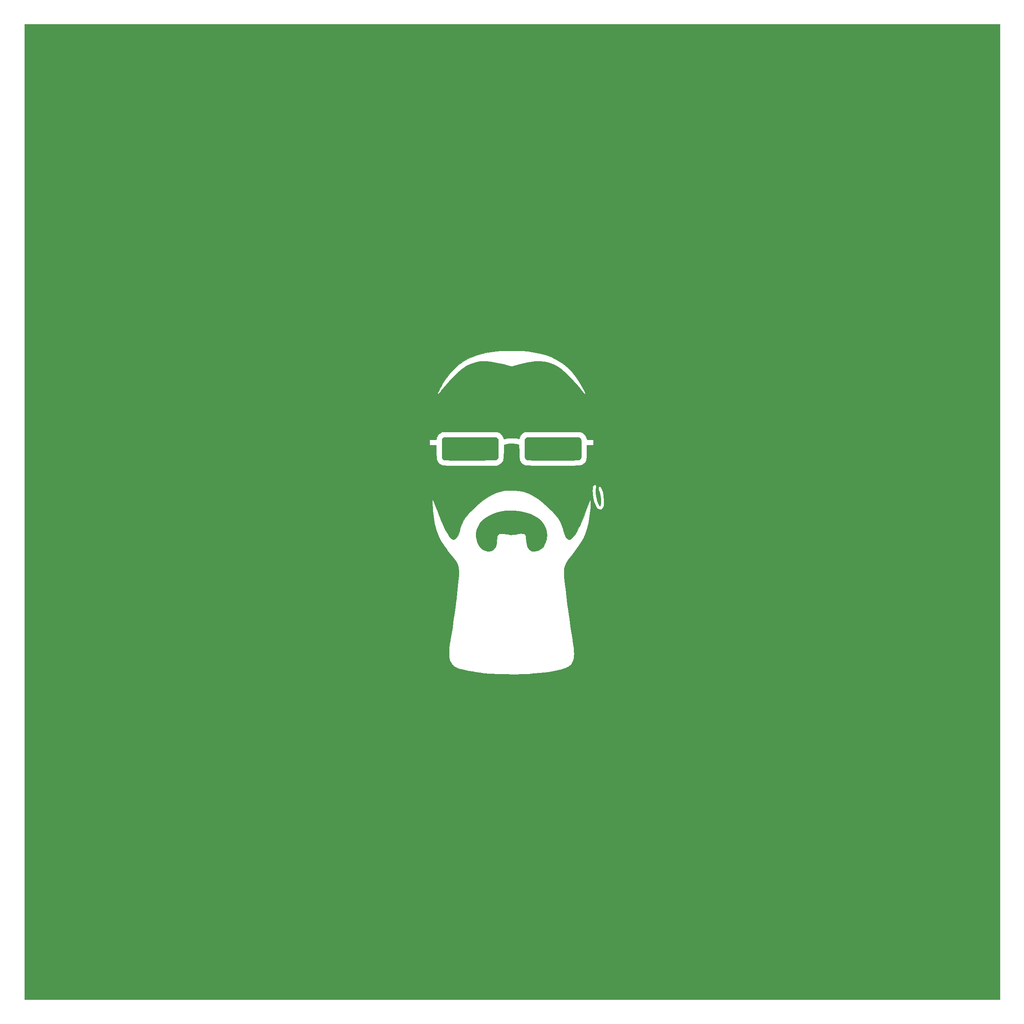
<source format=gbr>
%TF.GenerationSoftware,KiCad,Pcbnew,5.1.6-c6e7f7d~87~ubuntu20.04.1*%
%TF.CreationDate,2020-07-24T20:42:58-07:00*%
%TF.ProjectId,bcdc-coaster,62636463-2d63-46f6-9173-7465722e6b69,rev?*%
%TF.SameCoordinates,Original*%
%TF.FileFunction,Copper,L1,Top*%
%TF.FilePolarity,Positive*%
%FSLAX46Y46*%
G04 Gerber Fmt 4.6, Leading zero omitted, Abs format (unit mm)*
G04 Created by KiCad (PCBNEW 5.1.6-c6e7f7d~87~ubuntu20.04.1) date 2020-07-24 20:42:58*
%MOMM*%
%LPD*%
G01*
G04 APERTURE LIST*
%TA.AperFunction,EtchedComponent*%
%ADD10C,0.010000*%
%TD*%
G04 APERTURE END LIST*
D10*
%TO.C,G\u002A\u002A\u002A*%
G36*
X8866934Y16226209D02*
G01*
X9901045Y16225767D01*
X10803286Y16224918D01*
X11582896Y16223467D01*
X12249116Y16221220D01*
X12811185Y16217980D01*
X13278344Y16213554D01*
X13659834Y16207747D01*
X13964893Y16200363D01*
X14202763Y16191207D01*
X14382683Y16180085D01*
X14513894Y16166802D01*
X14605636Y16151163D01*
X14667148Y16132973D01*
X14707672Y16112037D01*
X14720214Y16102737D01*
X14808309Y16024875D01*
X14877824Y15939065D01*
X14930948Y15828546D01*
X14969871Y15676558D01*
X14996780Y15466340D01*
X15013865Y15181132D01*
X15023315Y14804171D01*
X15027318Y14318698D01*
X15028069Y13745333D01*
X15027363Y13168940D01*
X15024677Y12716169D01*
X15018894Y12369536D01*
X15008897Y12111554D01*
X14993571Y11924737D01*
X14971797Y11791599D01*
X14942461Y11694656D01*
X14904444Y11616421D01*
X14890628Y11593080D01*
X14683383Y11379718D01*
X14485198Y11293612D01*
X14368086Y11280699D01*
X14123577Y11269118D01*
X13765197Y11258866D01*
X13306471Y11249941D01*
X12760926Y11242338D01*
X12142089Y11236055D01*
X11463484Y11231090D01*
X10738639Y11227438D01*
X9981080Y11225098D01*
X9204333Y11224065D01*
X8421924Y11224337D01*
X7647379Y11225911D01*
X6894224Y11228784D01*
X6175987Y11232953D01*
X5506192Y11238415D01*
X4898366Y11245167D01*
X4366036Y11253205D01*
X3922727Y11262527D01*
X3581966Y11273130D01*
X3357279Y11285011D01*
X3267633Y11296119D01*
X3059238Y11401074D01*
X2897216Y11546216D01*
X2855082Y11605574D01*
X2821965Y11675185D01*
X2796782Y11771615D01*
X2778451Y11911433D01*
X2765888Y12111208D01*
X2758012Y12387509D01*
X2753738Y12756904D01*
X2751985Y13235962D01*
X2751667Y13773276D01*
X2751667Y15815299D01*
X2957906Y16021539D01*
X3164145Y16227778D01*
X8866934Y16226209D01*
G37*
X8866934Y16226209D02*
X9901045Y16225767D01*
X10803286Y16224918D01*
X11582896Y16223467D01*
X12249116Y16221220D01*
X12811185Y16217980D01*
X13278344Y16213554D01*
X13659834Y16207747D01*
X13964893Y16200363D01*
X14202763Y16191207D01*
X14382683Y16180085D01*
X14513894Y16166802D01*
X14605636Y16151163D01*
X14667148Y16132973D01*
X14707672Y16112037D01*
X14720214Y16102737D01*
X14808309Y16024875D01*
X14877824Y15939065D01*
X14930948Y15828546D01*
X14969871Y15676558D01*
X14996780Y15466340D01*
X15013865Y15181132D01*
X15023315Y14804171D01*
X15027318Y14318698D01*
X15028069Y13745333D01*
X15027363Y13168940D01*
X15024677Y12716169D01*
X15018894Y12369536D01*
X15008897Y12111554D01*
X14993571Y11924737D01*
X14971797Y11791599D01*
X14942461Y11694656D01*
X14904444Y11616421D01*
X14890628Y11593080D01*
X14683383Y11379718D01*
X14485198Y11293612D01*
X14368086Y11280699D01*
X14123577Y11269118D01*
X13765197Y11258866D01*
X13306471Y11249941D01*
X12760926Y11242338D01*
X12142089Y11236055D01*
X11463484Y11231090D01*
X10738639Y11227438D01*
X9981080Y11225098D01*
X9204333Y11224065D01*
X8421924Y11224337D01*
X7647379Y11225911D01*
X6894224Y11228784D01*
X6175987Y11232953D01*
X5506192Y11238415D01*
X4898366Y11245167D01*
X4366036Y11253205D01*
X3922727Y11262527D01*
X3581966Y11273130D01*
X3357279Y11285011D01*
X3267633Y11296119D01*
X3059238Y11401074D01*
X2897216Y11546216D01*
X2855082Y11605574D01*
X2821965Y11675185D01*
X2796782Y11771615D01*
X2778451Y11911433D01*
X2765888Y12111208D01*
X2758012Y12387509D01*
X2753738Y12756904D01*
X2751985Y13235962D01*
X2751667Y13773276D01*
X2751667Y15815299D01*
X2957906Y16021539D01*
X3164145Y16227778D01*
X8866934Y16226209D01*
G36*
X-2998611Y15795412D02*
G01*
X-2977780Y13859402D01*
X-2972448Y13232171D01*
X-2972936Y12729900D01*
X-2981537Y12336485D01*
X-3000545Y12035818D01*
X-3032251Y11811793D01*
X-3078948Y11648305D01*
X-3142930Y11529246D01*
X-3226488Y11438511D01*
X-3331915Y11359994D01*
X-3333730Y11358791D01*
X-3434405Y11338141D01*
X-3662996Y11319046D01*
X-4006314Y11301552D01*
X-4451173Y11285705D01*
X-4984383Y11271552D01*
X-5592758Y11259137D01*
X-6263110Y11248507D01*
X-6982252Y11239708D01*
X-7736994Y11232786D01*
X-8514150Y11227788D01*
X-9300533Y11224758D01*
X-10082954Y11223743D01*
X-10848225Y11224789D01*
X-11583159Y11227942D01*
X-12274569Y11233249D01*
X-12909266Y11240754D01*
X-13474063Y11250504D01*
X-13955772Y11262545D01*
X-14341205Y11276923D01*
X-14617176Y11293684D01*
X-14770495Y11312874D01*
X-14789976Y11318831D01*
X-14914092Y11376249D01*
X-15012993Y11437989D01*
X-15089541Y11519707D01*
X-15146599Y11637058D01*
X-15187030Y11805699D01*
X-15213698Y12041285D01*
X-15229466Y12359470D01*
X-15237197Y12775911D01*
X-15239755Y13306264D01*
X-15240000Y13779460D01*
X-15240000Y15815299D01*
X-15033761Y16021539D01*
X-14827522Y16227778D01*
X-3413067Y16227778D01*
X-2998611Y15795412D01*
G37*
X-2998611Y15795412D02*
X-2977780Y13859402D01*
X-2972448Y13232171D01*
X-2972936Y12729900D01*
X-2981537Y12336485D01*
X-3000545Y12035818D01*
X-3032251Y11811793D01*
X-3078948Y11648305D01*
X-3142930Y11529246D01*
X-3226488Y11438511D01*
X-3331915Y11359994D01*
X-3333730Y11358791D01*
X-3434405Y11338141D01*
X-3662996Y11319046D01*
X-4006314Y11301552D01*
X-4451173Y11285705D01*
X-4984383Y11271552D01*
X-5592758Y11259137D01*
X-6263110Y11248507D01*
X-6982252Y11239708D01*
X-7736994Y11232786D01*
X-8514150Y11227788D01*
X-9300533Y11224758D01*
X-10082954Y11223743D01*
X-10848225Y11224789D01*
X-11583159Y11227942D01*
X-12274569Y11233249D01*
X-12909266Y11240754D01*
X-13474063Y11250504D01*
X-13955772Y11262545D01*
X-14341205Y11276923D01*
X-14617176Y11293684D01*
X-14770495Y11312874D01*
X-14789976Y11318831D01*
X-14914092Y11376249D01*
X-15012993Y11437989D01*
X-15089541Y11519707D01*
X-15146599Y11637058D01*
X-15187030Y11805699D01*
X-15213698Y12041285D01*
X-15229466Y12359470D01*
X-15237197Y12775911D01*
X-15239755Y13306264D01*
X-15240000Y13779460D01*
X-15240000Y15815299D01*
X-15033761Y16021539D01*
X-14827522Y16227778D01*
X-3413067Y16227778D01*
X-2998611Y15795412D01*
G36*
X427165Y328460D02*
G01*
X1385695Y238692D01*
X2328696Y66516D01*
X3238437Y-181716D01*
X4097189Y-499653D01*
X4887222Y-880943D01*
X5590807Y-1319234D01*
X6190213Y-1808175D01*
X6567865Y-2213033D01*
X7010524Y-2864508D01*
X7327304Y-3568658D01*
X7514947Y-4310206D01*
X7570199Y-5073877D01*
X7489803Y-5844395D01*
X7412408Y-6175145D01*
X7187900Y-6842008D01*
X6910376Y-7384320D01*
X6571147Y-7811498D01*
X6161522Y-8132959D01*
X5672809Y-8358122D01*
X5305833Y-8457891D01*
X4789674Y-8523819D01*
X4354374Y-8480646D01*
X3986337Y-8324107D01*
X3671967Y-8049937D01*
X3561311Y-7910670D01*
X3369543Y-7599029D01*
X3230882Y-7252493D01*
X3136548Y-6839714D01*
X3077760Y-6329347D01*
X3064907Y-6138333D01*
X3026802Y-5641694D01*
X2969577Y-5268790D01*
X2880132Y-5002375D01*
X2745369Y-4825202D01*
X2552190Y-4720024D01*
X2287496Y-4669594D01*
X1939633Y-4656667D01*
X1555185Y-4673934D01*
X1221145Y-4721323D01*
X1049565Y-4767503D01*
X676295Y-4860422D01*
X222249Y-4912131D01*
X-257884Y-4920941D01*
X-709418Y-4885163D01*
X-987778Y-4830399D01*
X-1283034Y-4768137D01*
X-1649225Y-4715084D01*
X-2016175Y-4681038D01*
X-2083812Y-4677357D01*
X-2395704Y-4666347D01*
X-2603558Y-4671986D01*
X-2744005Y-4699770D01*
X-2853678Y-4755196D01*
X-2918109Y-4802559D01*
X-3046317Y-4920620D01*
X-3140689Y-5059645D01*
X-3208722Y-5245264D01*
X-3257910Y-5503102D01*
X-3295749Y-5858789D01*
X-3319088Y-6173611D01*
X-3366921Y-6699997D01*
X-3436930Y-7114845D01*
X-3537853Y-7447086D01*
X-3678427Y-7725650D01*
X-3862809Y-7974135D01*
X-4181934Y-8272077D01*
X-4538483Y-8452499D01*
X-4952020Y-8521052D01*
X-5442106Y-8483388D01*
X-5554860Y-8462852D01*
X-6113148Y-8290398D01*
X-6591812Y-8007515D01*
X-6993459Y-7611272D01*
X-7320694Y-7098737D01*
X-7576122Y-6466981D01*
X-7687969Y-6063371D01*
X-7811990Y-5270994D01*
X-7797401Y-4503486D01*
X-7643836Y-3757413D01*
X-7367653Y-3062871D01*
X-6980418Y-2434471D01*
X-6469945Y-1856768D01*
X-5846545Y-1334875D01*
X-5120526Y-873906D01*
X-4302199Y-478977D01*
X-3401872Y-155200D01*
X-2429855Y92310D01*
X-1396456Y258439D01*
X-529167Y329469D01*
X427165Y328460D01*
G37*
X427165Y328460D02*
X1385695Y238692D01*
X2328696Y66516D01*
X3238437Y-181716D01*
X4097189Y-499653D01*
X4887222Y-880943D01*
X5590807Y-1319234D01*
X6190213Y-1808175D01*
X6567865Y-2213033D01*
X7010524Y-2864508D01*
X7327304Y-3568658D01*
X7514947Y-4310206D01*
X7570199Y-5073877D01*
X7489803Y-5844395D01*
X7412408Y-6175145D01*
X7187900Y-6842008D01*
X6910376Y-7384320D01*
X6571147Y-7811498D01*
X6161522Y-8132959D01*
X5672809Y-8358122D01*
X5305833Y-8457891D01*
X4789674Y-8523819D01*
X4354374Y-8480646D01*
X3986337Y-8324107D01*
X3671967Y-8049937D01*
X3561311Y-7910670D01*
X3369543Y-7599029D01*
X3230882Y-7252493D01*
X3136548Y-6839714D01*
X3077760Y-6329347D01*
X3064907Y-6138333D01*
X3026802Y-5641694D01*
X2969577Y-5268790D01*
X2880132Y-5002375D01*
X2745369Y-4825202D01*
X2552190Y-4720024D01*
X2287496Y-4669594D01*
X1939633Y-4656667D01*
X1555185Y-4673934D01*
X1221145Y-4721323D01*
X1049565Y-4767503D01*
X676295Y-4860422D01*
X222249Y-4912131D01*
X-257884Y-4920941D01*
X-709418Y-4885163D01*
X-987778Y-4830399D01*
X-1283034Y-4768137D01*
X-1649225Y-4715084D01*
X-2016175Y-4681038D01*
X-2083812Y-4677357D01*
X-2395704Y-4666347D01*
X-2603558Y-4671986D01*
X-2744005Y-4699770D01*
X-2853678Y-4755196D01*
X-2918109Y-4802559D01*
X-3046317Y-4920620D01*
X-3140689Y-5059645D01*
X-3208722Y-5245264D01*
X-3257910Y-5503102D01*
X-3295749Y-5858789D01*
X-3319088Y-6173611D01*
X-3366921Y-6699997D01*
X-3436930Y-7114845D01*
X-3537853Y-7447086D01*
X-3678427Y-7725650D01*
X-3862809Y-7974135D01*
X-4181934Y-8272077D01*
X-4538483Y-8452499D01*
X-4952020Y-8521052D01*
X-5442106Y-8483388D01*
X-5554860Y-8462852D01*
X-6113148Y-8290398D01*
X-6591812Y-8007515D01*
X-6993459Y-7611272D01*
X-7320694Y-7098737D01*
X-7576122Y-6466981D01*
X-7687969Y-6063371D01*
X-7811990Y-5270994D01*
X-7797401Y-4503486D01*
X-7643836Y-3757413D01*
X-7367653Y-3062871D01*
X-6980418Y-2434471D01*
X-6469945Y-1856768D01*
X-5846545Y-1334875D01*
X-5120526Y-873906D01*
X-4302199Y-478977D01*
X-3401872Y-155200D01*
X-2429855Y92310D01*
X-1396456Y258439D01*
X-529167Y329469D01*
X427165Y328460D01*
G36*
X105833333Y-105833333D02*
G01*
X-105833333Y-105833333D01*
X-105833333Y1957822D01*
X-17308355Y1957822D01*
X-17300685Y1508867D01*
X-17271198Y970969D01*
X-17222491Y368911D01*
X-17157160Y-272529D01*
X-17077802Y-928570D01*
X-16987013Y-1574432D01*
X-16887391Y-2185334D01*
X-16781532Y-2736497D01*
X-16748781Y-2887230D01*
X-16494136Y-3854463D01*
X-16172727Y-4759998D01*
X-15768517Y-5640807D01*
X-15265472Y-6533864D01*
X-14956275Y-7020278D01*
X-14667334Y-7443327D01*
X-14310795Y-7940412D01*
X-13911336Y-8478811D01*
X-13493638Y-9025801D01*
X-13082377Y-9548659D01*
X-12702233Y-10014663D01*
X-12659726Y-10065391D01*
X-12194558Y-10698840D01*
X-11858888Y-11347498D01*
X-11641559Y-12037927D01*
X-11535820Y-12741396D01*
X-11530716Y-12994959D01*
X-11545748Y-13376838D01*
X-11579537Y-13875888D01*
X-11630704Y-14480962D01*
X-11697871Y-15180915D01*
X-11779659Y-15964601D01*
X-11874690Y-16820876D01*
X-11981584Y-17738593D01*
X-12098962Y-18706607D01*
X-12225447Y-19713772D01*
X-12359659Y-20748943D01*
X-12500220Y-21800973D01*
X-12645751Y-22858719D01*
X-12794873Y-23911033D01*
X-12946208Y-24946771D01*
X-13098377Y-25954787D01*
X-13250001Y-26923935D01*
X-13399701Y-27843070D01*
X-13415884Y-27940000D01*
X-13556626Y-28845819D01*
X-13653685Y-29632034D01*
X-13706657Y-30313353D01*
X-13715139Y-30904482D01*
X-13678728Y-31420126D01*
X-13597021Y-31874994D01*
X-13469613Y-32283792D01*
X-13296102Y-32661226D01*
X-13285877Y-32680150D01*
X-12987418Y-33100181D01*
X-12586401Y-33474819D01*
X-12139904Y-33758630D01*
X-11804945Y-33898707D01*
X-11346471Y-34045585D01*
X-10781710Y-34195832D01*
X-10127886Y-34346016D01*
X-9402225Y-34492707D01*
X-8621954Y-34632471D01*
X-7804297Y-34761878D01*
X-6966481Y-34877495D01*
X-6125732Y-34975891D01*
X-5926667Y-34996438D01*
X-5140339Y-35063716D01*
X-4240773Y-35120549D01*
X-3255486Y-35166532D01*
X-2211994Y-35201262D01*
X-1137814Y-35224334D01*
X-60460Y-35235343D01*
X992550Y-35233885D01*
X1993701Y-35219556D01*
X2915476Y-35191952D01*
X3730360Y-35150668D01*
X3880555Y-35140560D01*
X4984078Y-35055064D01*
X5980613Y-34960577D01*
X6904210Y-34852675D01*
X7788919Y-34726933D01*
X8668790Y-34578929D01*
X9577872Y-34404239D01*
X9630833Y-34393476D01*
X10252654Y-34262945D01*
X10755834Y-34147380D01*
X11161188Y-34040191D01*
X11489532Y-33934786D01*
X11761679Y-33824575D01*
X11998444Y-33702965D01*
X12192584Y-33582270D01*
X12578081Y-33284039D01*
X12870759Y-32952027D01*
X13111632Y-32537619D01*
X13158874Y-32436891D01*
X13293727Y-32083251D01*
X13389598Y-31692069D01*
X13446413Y-31249457D01*
X13464098Y-30741529D01*
X13442580Y-30154399D01*
X13381783Y-29474179D01*
X13281635Y-28686983D01*
X13142060Y-27778925D01*
X13133754Y-27728333D01*
X12909284Y-26322769D01*
X12680117Y-24808212D01*
X12450571Y-23216492D01*
X12224965Y-21579439D01*
X12007618Y-19928883D01*
X11802847Y-18296653D01*
X11614971Y-16714581D01*
X11496843Y-15663333D01*
X11406351Y-14812243D01*
X11339202Y-14082032D01*
X11300424Y-13453662D01*
X11295043Y-12908093D01*
X11328086Y-12426289D01*
X11404580Y-11989210D01*
X11529551Y-11577818D01*
X11708026Y-11173074D01*
X11945031Y-10755941D01*
X12245594Y-10307380D01*
X12614742Y-9808353D01*
X13057499Y-9239821D01*
X13260547Y-8983381D01*
X13945646Y-8095768D01*
X14531694Y-7280069D01*
X15028190Y-6518038D01*
X15444629Y-5791425D01*
X15790511Y-5081982D01*
X16075333Y-4371461D01*
X16308593Y-3641613D01*
X16499789Y-2874191D01*
X16540736Y-2681111D01*
X16641923Y-2145751D01*
X16737255Y-1559952D01*
X16824746Y-944270D01*
X16902409Y-319263D01*
X16968256Y294513D01*
X17020302Y876500D01*
X17056559Y1406142D01*
X17075041Y1862881D01*
X17073760Y2226162D01*
X17050730Y2475426D01*
X17042682Y2512396D01*
X17011570Y2618976D01*
X16978347Y2645092D01*
X16924308Y2576891D01*
X16830746Y2400519D01*
X16794143Y2328333D01*
X16705866Y2133915D01*
X16583456Y1836515D01*
X16438842Y1466536D01*
X16283953Y1054378D01*
X16157394Y705556D01*
X15855596Y-129218D01*
X15583223Y-855605D01*
X15329285Y-1500420D01*
X15082797Y-2090477D01*
X14832770Y-2652589D01*
X14568217Y-3213571D01*
X14463679Y-3427785D01*
X14086840Y-4156839D01*
X13737564Y-4754217D01*
X13411589Y-5225717D01*
X13104654Y-5577139D01*
X12812498Y-5814281D01*
X12644435Y-5903320D01*
X12470985Y-5960552D01*
X12325231Y-5949396D01*
X12160332Y-5881677D01*
X11927281Y-5733521D01*
X11722050Y-5516330D01*
X11537761Y-5216183D01*
X11367537Y-4819161D01*
X11204502Y-4311344D01*
X11041777Y-3678812D01*
X11014840Y-3563055D01*
X10822799Y-2931429D01*
X10538698Y-2270567D01*
X10186760Y-1631175D01*
X9868855Y-1164167D01*
X9702900Y-959924D01*
X9459130Y-680502D01*
X9159717Y-350296D01*
X8826830Y6298D01*
X8482641Y364883D01*
X8434551Y414124D01*
X7495409Y1330681D01*
X6593232Y2122084D01*
X5717852Y2796183D01*
X4859100Y3360832D01*
X4039195Y3808050D01*
X3384463Y4106739D01*
X2768529Y4334450D01*
X2153713Y4500019D01*
X1502331Y4612283D01*
X1339270Y4627518D01*
X17429646Y4627518D01*
X17444340Y4117666D01*
X17498623Y3570259D01*
X17532743Y3339280D01*
X17669278Y2659186D01*
X17842420Y2057621D01*
X18046196Y1542513D01*
X18274636Y1121789D01*
X18521769Y803378D01*
X18781625Y595207D01*
X19048233Y505204D01*
X19315622Y541296D01*
X19538280Y676385D01*
X19710318Y865811D01*
X19834027Y1113844D01*
X19913235Y1438620D01*
X19951772Y1858276D01*
X19953467Y2390949D01*
X19946050Y2607800D01*
X19874768Y3478221D01*
X19736283Y4239689D01*
X19527220Y4909102D01*
X19448384Y5098691D01*
X19292631Y5380956D01*
X19130161Y5528488D01*
X18951476Y5547636D01*
X18840998Y5504760D01*
X18723488Y5365407D01*
X18706221Y5126851D01*
X18789197Y4789206D01*
X18836669Y4660888D01*
X18960689Y4279788D01*
X19074715Y3809625D01*
X19169176Y3302445D01*
X19234497Y2810295D01*
X19261104Y2385223D01*
X19261273Y2352528D01*
X19248971Y2005723D01*
X19215931Y1703827D01*
X19167180Y1471068D01*
X19107749Y1331674D01*
X19044606Y1308612D01*
X18950269Y1419119D01*
X18830419Y1634870D01*
X18698141Y1925376D01*
X18566519Y2260151D01*
X18448638Y2608707D01*
X18375216Y2868291D01*
X18247132Y3476597D01*
X18170740Y4071419D01*
X18148704Y4617537D01*
X18183689Y5079733D01*
X18200804Y5173966D01*
X18240971Y5426349D01*
X18254712Y5644768D01*
X18245583Y5747618D01*
X18146272Y5897150D01*
X17974742Y5957736D01*
X17777837Y5916171D01*
X17735062Y5891547D01*
X17607248Y5731830D01*
X17512685Y5454591D01*
X17452956Y5079823D01*
X17429646Y4627518D01*
X1339270Y4627518D01*
X776703Y4680079D01*
X211667Y4705590D01*
X-694840Y4708489D01*
X-1502604Y4654590D01*
X-2244709Y4537444D01*
X-2954237Y4350600D01*
X-3664271Y4087605D01*
X-4198056Y3845699D01*
X-4980587Y3431869D01*
X-5745230Y2952637D01*
X-6509372Y2394752D01*
X-7290404Y1744964D01*
X-8105714Y990023D01*
X-8632950Y466490D01*
X-8982605Y106442D01*
X-9321170Y-250903D01*
X-9627947Y-583040D01*
X-9882238Y-867467D01*
X-10063347Y-1081679D01*
X-10100315Y-1128889D01*
X-10539628Y-1798155D01*
X-10915967Y-2554405D01*
X-11207327Y-3349588D01*
X-11329363Y-3812629D01*
X-11494631Y-4457028D01*
X-11676271Y-4972258D01*
X-11880625Y-5369904D01*
X-12114038Y-5661551D01*
X-12382850Y-5858784D01*
X-12473343Y-5902132D01*
X-12648090Y-5960698D01*
X-12793767Y-5949440D01*
X-12951448Y-5884523D01*
X-13240694Y-5686427D01*
X-13553955Y-5359232D01*
X-13885271Y-4911729D01*
X-14228683Y-4352710D01*
X-14578231Y-3690967D01*
X-14886348Y-3030249D01*
X-15030532Y-2694600D01*
X-15212522Y-2256971D01*
X-15420182Y-1747356D01*
X-15641377Y-1195754D01*
X-15863970Y-632160D01*
X-16046195Y-163523D01*
X-16246661Y352272D01*
X-16443294Y850764D01*
X-16626908Y1309215D01*
X-16788313Y1704890D01*
X-16918323Y2015051D01*
X-17007750Y2216961D01*
X-17010370Y2222500D01*
X-17244882Y2716389D01*
X-17291611Y2293056D01*
X-17308355Y1957822D01*
X-105833333Y1957822D01*
X-105833333Y15733889D01*
X-17921111Y15733889D01*
X-17921111Y14534445D01*
X-16439445Y14534445D01*
X-16439445Y13015234D01*
X-16437522Y12464074D01*
X-16429249Y12032294D01*
X-16410868Y11698189D01*
X-16378620Y11440051D01*
X-16328747Y11236174D01*
X-16257491Y11064852D01*
X-16161094Y10904377D01*
X-16046815Y10747454D01*
X-15784423Y10491035D01*
X-15436369Y10271029D01*
X-15058058Y10120382D01*
X-14947423Y10093734D01*
X-14829843Y10084282D01*
X-14582453Y10075543D01*
X-14216555Y10067613D01*
X-13743448Y10060585D01*
X-13174433Y10054557D01*
X-12520810Y10049622D01*
X-11793880Y10045876D01*
X-11004943Y10043416D01*
X-10165299Y10042334D01*
X-9286250Y10042728D01*
X-8960556Y10043253D01*
X-3280833Y10054167D01*
X-2911006Y10221352D01*
X-2645240Y10373408D01*
X-2388411Y10570573D01*
X-2286789Y10670116D01*
X-2140323Y10839272D01*
X-2026639Y10996862D01*
X-1941030Y11164067D01*
X-1878791Y11362068D01*
X-1835217Y11612046D01*
X-1805600Y11935182D01*
X-1785237Y12352656D01*
X-1769420Y12885649D01*
X-1766266Y13012997D01*
X-1728611Y14560716D01*
X-1340556Y14705567D01*
X-1020414Y14787512D01*
X-610089Y14838662D01*
X-152376Y14859021D01*
X309931Y14848593D01*
X734036Y14807381D01*
X1077146Y14735390D01*
X1164167Y14705331D01*
X1516944Y14565553D01*
X1552222Y12980138D01*
X1565236Y12452578D01*
X1579059Y12045866D01*
X1595561Y11739744D01*
X1616616Y11513953D01*
X1644094Y11348234D01*
X1679868Y11222329D01*
X1724147Y11119316D01*
X1982826Y10736630D01*
X2336745Y10407369D01*
X2674804Y10203937D01*
X2734308Y10177300D01*
X2796317Y10154024D01*
X2870241Y10133884D01*
X2965489Y10116651D01*
X3091473Y10102100D01*
X3257601Y10090004D01*
X3473285Y10080136D01*
X3747932Y10072269D01*
X4090955Y10066177D01*
X4511762Y10061632D01*
X5019764Y10058408D01*
X5624370Y10056279D01*
X6334991Y10055016D01*
X7161036Y10054395D01*
X8111915Y10054187D01*
X8890000Y10054167D01*
X9960945Y10053921D01*
X10900169Y10053659D01*
X11717058Y10054090D01*
X12421001Y10055927D01*
X13021384Y10059881D01*
X13527596Y10066663D01*
X13949023Y10076983D01*
X14295053Y10091554D01*
X14575073Y10111087D01*
X14798472Y10136292D01*
X14974635Y10167881D01*
X15112952Y10206565D01*
X15222809Y10253055D01*
X15313594Y10308063D01*
X15394695Y10372300D01*
X15475498Y10446476D01*
X15565391Y10531304D01*
X15599459Y10562485D01*
X15777772Y10730199D01*
X15916371Y10885889D01*
X16020566Y11050281D01*
X16095668Y11244099D01*
X16146988Y11488070D01*
X16179837Y11802918D01*
X16199525Y12209369D01*
X16211364Y12728149D01*
X16214989Y12964583D01*
X16237478Y14534445D01*
X17638889Y14534445D01*
X17638889Y15733889D01*
X16253548Y15733889D01*
X16128595Y16130284D01*
X15929514Y16551711D01*
X15627435Y16926133D01*
X15256906Y17213708D01*
X15131717Y17279854D01*
X15073834Y17306003D01*
X15012514Y17328860D01*
X14938388Y17348647D01*
X14842086Y17365586D01*
X14714241Y17379896D01*
X14545482Y17391801D01*
X14326441Y17401521D01*
X14047747Y17409278D01*
X13700033Y17415293D01*
X13273928Y17419787D01*
X12760065Y17422982D01*
X12149073Y17425100D01*
X11431583Y17426361D01*
X10598226Y17426988D01*
X9639633Y17427201D01*
X8895362Y17427222D01*
X7663636Y17426353D01*
X6572131Y17423739D01*
X5619970Y17419368D01*
X4806273Y17413230D01*
X4130162Y17405315D01*
X3590759Y17395611D01*
X3187184Y17384109D01*
X2918560Y17370797D01*
X2784007Y17355664D01*
X2773899Y17352724D01*
X2337941Y17116293D01*
X1975359Y16771277D01*
X1707362Y16340205D01*
X1626416Y16133788D01*
X1559748Y15962656D01*
X1488271Y15897644D01*
X1373317Y15907885D01*
X1350810Y15913767D01*
X803186Y16022208D01*
X193813Y16077459D01*
X-425688Y16078746D01*
X-1003695Y16025297D01*
X-1358195Y15954321D01*
X-1607460Y15891784D01*
X-1750226Y15866898D01*
X-1815911Y15879384D01*
X-1833933Y15928959D01*
X-1834445Y15949772D01*
X-1894525Y16233894D01*
X-2057208Y16542232D01*
X-2296156Y16841671D01*
X-2585030Y17099097D01*
X-2891528Y17278846D01*
X-2954940Y17305442D01*
X-3019662Y17328679D01*
X-3095057Y17348753D01*
X-3190489Y17365859D01*
X-3315319Y17380190D01*
X-3478911Y17391943D01*
X-3690627Y17401312D01*
X-3959832Y17408492D01*
X-4295887Y17413677D01*
X-4708155Y17417064D01*
X-5206000Y17418845D01*
X-5798785Y17419218D01*
X-6495871Y17418375D01*
X-7306623Y17416513D01*
X-8240403Y17413826D01*
X-9228865Y17410753D01*
X-15215854Y17391945D01*
X-15563066Y17178222D01*
X-15869578Y16934202D01*
X-16135704Y16620422D01*
X-16329750Y16280508D01*
X-16413765Y16007269D01*
X-16457480Y15733889D01*
X-17921111Y15733889D01*
X-105833333Y15733889D01*
X-105833333Y25599406D01*
X-16148337Y25599406D01*
X-16095849Y25541138D01*
X-16093876Y25541111D01*
X-16029879Y25593748D01*
X-15897134Y25738399D01*
X-15712859Y25955176D01*
X-15494273Y26224191D01*
X-15406672Y26334861D01*
X-14873274Y26992890D01*
X-14299507Y27663667D01*
X-13701618Y28330475D01*
X-13095856Y28976596D01*
X-12498470Y29585314D01*
X-11925708Y30139911D01*
X-11393820Y30623671D01*
X-10919053Y31019876D01*
X-10672084Y31205964D01*
X-9755156Y31779470D01*
X-8794930Y32219363D01*
X-7793899Y32524670D01*
X-6894384Y32679753D01*
X-6262603Y32715584D01*
X-5529232Y32695359D01*
X-4720542Y32622712D01*
X-3862810Y32501273D01*
X-2982310Y32334674D01*
X-2105317Y32126548D01*
X-1371519Y31916360D01*
X-911330Y31777487D01*
X-549143Y31684964D01*
X-249996Y31637890D01*
X21075Y31635358D01*
X299030Y31676467D01*
X618833Y31760311D01*
X926477Y31856957D01*
X1548200Y32039255D01*
X2264558Y32216775D01*
X3029150Y32380142D01*
X3795576Y32519976D01*
X4517435Y32626900D01*
X4995205Y32679283D01*
X6070677Y32713675D01*
X7093931Y32619794D01*
X8071832Y32395394D01*
X9011243Y32038224D01*
X9919026Y31546038D01*
X10802044Y30916586D01*
X11080910Y30685453D01*
X11925753Y29925025D01*
X12762619Y29096722D01*
X13607990Y28183014D01*
X14478346Y27166372D01*
X15036679Y26478008D01*
X15374630Y26063737D01*
X15635075Y25767370D01*
X15818217Y25589025D01*
X15924257Y25528817D01*
X15953395Y25586864D01*
X15905834Y25763282D01*
X15781775Y26058186D01*
X15581419Y26471695D01*
X15454386Y26719701D01*
X14688593Y28073101D01*
X13863069Y29298931D01*
X12977894Y30397107D01*
X12033150Y31367549D01*
X11028919Y32210175D01*
X9965283Y32924901D01*
X8842323Y33511646D01*
X8572500Y33629822D01*
X7430672Y34053729D01*
X6171397Y34410907D01*
X4802601Y34699383D01*
X3457222Y34901934D01*
X3055909Y34940599D01*
X2540573Y34972920D01*
X1935427Y34998768D01*
X1264685Y35018017D01*
X552560Y35030539D01*
X-176737Y35036207D01*
X-898990Y35034893D01*
X-1589989Y35026472D01*
X-2225519Y35010814D01*
X-2781368Y34987793D01*
X-3233322Y34957282D01*
X-3421945Y34938092D01*
X-4616713Y34774655D01*
X-5695669Y34581389D01*
X-6682132Y34352002D01*
X-7599424Y34080205D01*
X-8470865Y33759709D01*
X-9319777Y33384224D01*
X-9489722Y33301572D01*
X-10585990Y32682076D01*
X-11622612Y31935518D01*
X-12597501Y31063674D01*
X-13508571Y30068321D01*
X-13962983Y29493794D01*
X-14290079Y29043352D01*
X-14613172Y28569141D01*
X-14924717Y28085158D01*
X-15217168Y27605400D01*
X-15482979Y27143864D01*
X-15714605Y26714546D01*
X-15904499Y26331445D01*
X-16045117Y26008556D01*
X-16128911Y25759878D01*
X-16148337Y25599406D01*
X-105833333Y25599406D01*
X-105833333Y105833333D01*
X105833333Y105833333D01*
X105833333Y-105833333D01*
G37*
X105833333Y-105833333D02*
X-105833333Y-105833333D01*
X-105833333Y1957822D01*
X-17308355Y1957822D01*
X-17300685Y1508867D01*
X-17271198Y970969D01*
X-17222491Y368911D01*
X-17157160Y-272529D01*
X-17077802Y-928570D01*
X-16987013Y-1574432D01*
X-16887391Y-2185334D01*
X-16781532Y-2736497D01*
X-16748781Y-2887230D01*
X-16494136Y-3854463D01*
X-16172727Y-4759998D01*
X-15768517Y-5640807D01*
X-15265472Y-6533864D01*
X-14956275Y-7020278D01*
X-14667334Y-7443327D01*
X-14310795Y-7940412D01*
X-13911336Y-8478811D01*
X-13493638Y-9025801D01*
X-13082377Y-9548659D01*
X-12702233Y-10014663D01*
X-12659726Y-10065391D01*
X-12194558Y-10698840D01*
X-11858888Y-11347498D01*
X-11641559Y-12037927D01*
X-11535820Y-12741396D01*
X-11530716Y-12994959D01*
X-11545748Y-13376838D01*
X-11579537Y-13875888D01*
X-11630704Y-14480962D01*
X-11697871Y-15180915D01*
X-11779659Y-15964601D01*
X-11874690Y-16820876D01*
X-11981584Y-17738593D01*
X-12098962Y-18706607D01*
X-12225447Y-19713772D01*
X-12359659Y-20748943D01*
X-12500220Y-21800973D01*
X-12645751Y-22858719D01*
X-12794873Y-23911033D01*
X-12946208Y-24946771D01*
X-13098377Y-25954787D01*
X-13250001Y-26923935D01*
X-13399701Y-27843070D01*
X-13415884Y-27940000D01*
X-13556626Y-28845819D01*
X-13653685Y-29632034D01*
X-13706657Y-30313353D01*
X-13715139Y-30904482D01*
X-13678728Y-31420126D01*
X-13597021Y-31874994D01*
X-13469613Y-32283792D01*
X-13296102Y-32661226D01*
X-13285877Y-32680150D01*
X-12987418Y-33100181D01*
X-12586401Y-33474819D01*
X-12139904Y-33758630D01*
X-11804945Y-33898707D01*
X-11346471Y-34045585D01*
X-10781710Y-34195832D01*
X-10127886Y-34346016D01*
X-9402225Y-34492707D01*
X-8621954Y-34632471D01*
X-7804297Y-34761878D01*
X-6966481Y-34877495D01*
X-6125732Y-34975891D01*
X-5926667Y-34996438D01*
X-5140339Y-35063716D01*
X-4240773Y-35120549D01*
X-3255486Y-35166532D01*
X-2211994Y-35201262D01*
X-1137814Y-35224334D01*
X-60460Y-35235343D01*
X992550Y-35233885D01*
X1993701Y-35219556D01*
X2915476Y-35191952D01*
X3730360Y-35150668D01*
X3880555Y-35140560D01*
X4984078Y-35055064D01*
X5980613Y-34960577D01*
X6904210Y-34852675D01*
X7788919Y-34726933D01*
X8668790Y-34578929D01*
X9577872Y-34404239D01*
X9630833Y-34393476D01*
X10252654Y-34262945D01*
X10755834Y-34147380D01*
X11161188Y-34040191D01*
X11489532Y-33934786D01*
X11761679Y-33824575D01*
X11998444Y-33702965D01*
X12192584Y-33582270D01*
X12578081Y-33284039D01*
X12870759Y-32952027D01*
X13111632Y-32537619D01*
X13158874Y-32436891D01*
X13293727Y-32083251D01*
X13389598Y-31692069D01*
X13446413Y-31249457D01*
X13464098Y-30741529D01*
X13442580Y-30154399D01*
X13381783Y-29474179D01*
X13281635Y-28686983D01*
X13142060Y-27778925D01*
X13133754Y-27728333D01*
X12909284Y-26322769D01*
X12680117Y-24808212D01*
X12450571Y-23216492D01*
X12224965Y-21579439D01*
X12007618Y-19928883D01*
X11802847Y-18296653D01*
X11614971Y-16714581D01*
X11496843Y-15663333D01*
X11406351Y-14812243D01*
X11339202Y-14082032D01*
X11300424Y-13453662D01*
X11295043Y-12908093D01*
X11328086Y-12426289D01*
X11404580Y-11989210D01*
X11529551Y-11577818D01*
X11708026Y-11173074D01*
X11945031Y-10755941D01*
X12245594Y-10307380D01*
X12614742Y-9808353D01*
X13057499Y-9239821D01*
X13260547Y-8983381D01*
X13945646Y-8095768D01*
X14531694Y-7280069D01*
X15028190Y-6518038D01*
X15444629Y-5791425D01*
X15790511Y-5081982D01*
X16075333Y-4371461D01*
X16308593Y-3641613D01*
X16499789Y-2874191D01*
X16540736Y-2681111D01*
X16641923Y-2145751D01*
X16737255Y-1559952D01*
X16824746Y-944270D01*
X16902409Y-319263D01*
X16968256Y294513D01*
X17020302Y876500D01*
X17056559Y1406142D01*
X17075041Y1862881D01*
X17073760Y2226162D01*
X17050730Y2475426D01*
X17042682Y2512396D01*
X17011570Y2618976D01*
X16978347Y2645092D01*
X16924308Y2576891D01*
X16830746Y2400519D01*
X16794143Y2328333D01*
X16705866Y2133915D01*
X16583456Y1836515D01*
X16438842Y1466536D01*
X16283953Y1054378D01*
X16157394Y705556D01*
X15855596Y-129218D01*
X15583223Y-855605D01*
X15329285Y-1500420D01*
X15082797Y-2090477D01*
X14832770Y-2652589D01*
X14568217Y-3213571D01*
X14463679Y-3427785D01*
X14086840Y-4156839D01*
X13737564Y-4754217D01*
X13411589Y-5225717D01*
X13104654Y-5577139D01*
X12812498Y-5814281D01*
X12644435Y-5903320D01*
X12470985Y-5960552D01*
X12325231Y-5949396D01*
X12160332Y-5881677D01*
X11927281Y-5733521D01*
X11722050Y-5516330D01*
X11537761Y-5216183D01*
X11367537Y-4819161D01*
X11204502Y-4311344D01*
X11041777Y-3678812D01*
X11014840Y-3563055D01*
X10822799Y-2931429D01*
X10538698Y-2270567D01*
X10186760Y-1631175D01*
X9868855Y-1164167D01*
X9702900Y-959924D01*
X9459130Y-680502D01*
X9159717Y-350296D01*
X8826830Y6298D01*
X8482641Y364883D01*
X8434551Y414124D01*
X7495409Y1330681D01*
X6593232Y2122084D01*
X5717852Y2796183D01*
X4859100Y3360832D01*
X4039195Y3808050D01*
X3384463Y4106739D01*
X2768529Y4334450D01*
X2153713Y4500019D01*
X1502331Y4612283D01*
X1339270Y4627518D01*
X17429646Y4627518D01*
X17444340Y4117666D01*
X17498623Y3570259D01*
X17532743Y3339280D01*
X17669278Y2659186D01*
X17842420Y2057621D01*
X18046196Y1542513D01*
X18274636Y1121789D01*
X18521769Y803378D01*
X18781625Y595207D01*
X19048233Y505204D01*
X19315622Y541296D01*
X19538280Y676385D01*
X19710318Y865811D01*
X19834027Y1113844D01*
X19913235Y1438620D01*
X19951772Y1858276D01*
X19953467Y2390949D01*
X19946050Y2607800D01*
X19874768Y3478221D01*
X19736283Y4239689D01*
X19527220Y4909102D01*
X19448384Y5098691D01*
X19292631Y5380956D01*
X19130161Y5528488D01*
X18951476Y5547636D01*
X18840998Y5504760D01*
X18723488Y5365407D01*
X18706221Y5126851D01*
X18789197Y4789206D01*
X18836669Y4660888D01*
X18960689Y4279788D01*
X19074715Y3809625D01*
X19169176Y3302445D01*
X19234497Y2810295D01*
X19261104Y2385223D01*
X19261273Y2352528D01*
X19248971Y2005723D01*
X19215931Y1703827D01*
X19167180Y1471068D01*
X19107749Y1331674D01*
X19044606Y1308612D01*
X18950269Y1419119D01*
X18830419Y1634870D01*
X18698141Y1925376D01*
X18566519Y2260151D01*
X18448638Y2608707D01*
X18375216Y2868291D01*
X18247132Y3476597D01*
X18170740Y4071419D01*
X18148704Y4617537D01*
X18183689Y5079733D01*
X18200804Y5173966D01*
X18240971Y5426349D01*
X18254712Y5644768D01*
X18245583Y5747618D01*
X18146272Y5897150D01*
X17974742Y5957736D01*
X17777837Y5916171D01*
X17735062Y5891547D01*
X17607248Y5731830D01*
X17512685Y5454591D01*
X17452956Y5079823D01*
X17429646Y4627518D01*
X1339270Y4627518D01*
X776703Y4680079D01*
X211667Y4705590D01*
X-694840Y4708489D01*
X-1502604Y4654590D01*
X-2244709Y4537444D01*
X-2954237Y4350600D01*
X-3664271Y4087605D01*
X-4198056Y3845699D01*
X-4980587Y3431869D01*
X-5745230Y2952637D01*
X-6509372Y2394752D01*
X-7290404Y1744964D01*
X-8105714Y990023D01*
X-8632950Y466490D01*
X-8982605Y106442D01*
X-9321170Y-250903D01*
X-9627947Y-583040D01*
X-9882238Y-867467D01*
X-10063347Y-1081679D01*
X-10100315Y-1128889D01*
X-10539628Y-1798155D01*
X-10915967Y-2554405D01*
X-11207327Y-3349588D01*
X-11329363Y-3812629D01*
X-11494631Y-4457028D01*
X-11676271Y-4972258D01*
X-11880625Y-5369904D01*
X-12114038Y-5661551D01*
X-12382850Y-5858784D01*
X-12473343Y-5902132D01*
X-12648090Y-5960698D01*
X-12793767Y-5949440D01*
X-12951448Y-5884523D01*
X-13240694Y-5686427D01*
X-13553955Y-5359232D01*
X-13885271Y-4911729D01*
X-14228683Y-4352710D01*
X-14578231Y-3690967D01*
X-14886348Y-3030249D01*
X-15030532Y-2694600D01*
X-15212522Y-2256971D01*
X-15420182Y-1747356D01*
X-15641377Y-1195754D01*
X-15863970Y-632160D01*
X-16046195Y-163523D01*
X-16246661Y352272D01*
X-16443294Y850764D01*
X-16626908Y1309215D01*
X-16788313Y1704890D01*
X-16918323Y2015051D01*
X-17007750Y2216961D01*
X-17010370Y2222500D01*
X-17244882Y2716389D01*
X-17291611Y2293056D01*
X-17308355Y1957822D01*
X-105833333Y1957822D01*
X-105833333Y15733889D01*
X-17921111Y15733889D01*
X-17921111Y14534445D01*
X-16439445Y14534445D01*
X-16439445Y13015234D01*
X-16437522Y12464074D01*
X-16429249Y12032294D01*
X-16410868Y11698189D01*
X-16378620Y11440051D01*
X-16328747Y11236174D01*
X-16257491Y11064852D01*
X-16161094Y10904377D01*
X-16046815Y10747454D01*
X-15784423Y10491035D01*
X-15436369Y10271029D01*
X-15058058Y10120382D01*
X-14947423Y10093734D01*
X-14829843Y10084282D01*
X-14582453Y10075543D01*
X-14216555Y10067613D01*
X-13743448Y10060585D01*
X-13174433Y10054557D01*
X-12520810Y10049622D01*
X-11793880Y10045876D01*
X-11004943Y10043416D01*
X-10165299Y10042334D01*
X-9286250Y10042728D01*
X-8960556Y10043253D01*
X-3280833Y10054167D01*
X-2911006Y10221352D01*
X-2645240Y10373408D01*
X-2388411Y10570573D01*
X-2286789Y10670116D01*
X-2140323Y10839272D01*
X-2026639Y10996862D01*
X-1941030Y11164067D01*
X-1878791Y11362068D01*
X-1835217Y11612046D01*
X-1805600Y11935182D01*
X-1785237Y12352656D01*
X-1769420Y12885649D01*
X-1766266Y13012997D01*
X-1728611Y14560716D01*
X-1340556Y14705567D01*
X-1020414Y14787512D01*
X-610089Y14838662D01*
X-152376Y14859021D01*
X309931Y14848593D01*
X734036Y14807381D01*
X1077146Y14735390D01*
X1164167Y14705331D01*
X1516944Y14565553D01*
X1552222Y12980138D01*
X1565236Y12452578D01*
X1579059Y12045866D01*
X1595561Y11739744D01*
X1616616Y11513953D01*
X1644094Y11348234D01*
X1679868Y11222329D01*
X1724147Y11119316D01*
X1982826Y10736630D01*
X2336745Y10407369D01*
X2674804Y10203937D01*
X2734308Y10177300D01*
X2796317Y10154024D01*
X2870241Y10133884D01*
X2965489Y10116651D01*
X3091473Y10102100D01*
X3257601Y10090004D01*
X3473285Y10080136D01*
X3747932Y10072269D01*
X4090955Y10066177D01*
X4511762Y10061632D01*
X5019764Y10058408D01*
X5624370Y10056279D01*
X6334991Y10055016D01*
X7161036Y10054395D01*
X8111915Y10054187D01*
X8890000Y10054167D01*
X9960945Y10053921D01*
X10900169Y10053659D01*
X11717058Y10054090D01*
X12421001Y10055927D01*
X13021384Y10059881D01*
X13527596Y10066663D01*
X13949023Y10076983D01*
X14295053Y10091554D01*
X14575073Y10111087D01*
X14798472Y10136292D01*
X14974635Y10167881D01*
X15112952Y10206565D01*
X15222809Y10253055D01*
X15313594Y10308063D01*
X15394695Y10372300D01*
X15475498Y10446476D01*
X15565391Y10531304D01*
X15599459Y10562485D01*
X15777772Y10730199D01*
X15916371Y10885889D01*
X16020566Y11050281D01*
X16095668Y11244099D01*
X16146988Y11488070D01*
X16179837Y11802918D01*
X16199525Y12209369D01*
X16211364Y12728149D01*
X16214989Y12964583D01*
X16237478Y14534445D01*
X17638889Y14534445D01*
X17638889Y15733889D01*
X16253548Y15733889D01*
X16128595Y16130284D01*
X15929514Y16551711D01*
X15627435Y16926133D01*
X15256906Y17213708D01*
X15131717Y17279854D01*
X15073834Y17306003D01*
X15012514Y17328860D01*
X14938388Y17348647D01*
X14842086Y17365586D01*
X14714241Y17379896D01*
X14545482Y17391801D01*
X14326441Y17401521D01*
X14047747Y17409278D01*
X13700033Y17415293D01*
X13273928Y17419787D01*
X12760065Y17422982D01*
X12149073Y17425100D01*
X11431583Y17426361D01*
X10598226Y17426988D01*
X9639633Y17427201D01*
X8895362Y17427222D01*
X7663636Y17426353D01*
X6572131Y17423739D01*
X5619970Y17419368D01*
X4806273Y17413230D01*
X4130162Y17405315D01*
X3590759Y17395611D01*
X3187184Y17384109D01*
X2918560Y17370797D01*
X2784007Y17355664D01*
X2773899Y17352724D01*
X2337941Y17116293D01*
X1975359Y16771277D01*
X1707362Y16340205D01*
X1626416Y16133788D01*
X1559748Y15962656D01*
X1488271Y15897644D01*
X1373317Y15907885D01*
X1350810Y15913767D01*
X803186Y16022208D01*
X193813Y16077459D01*
X-425688Y16078746D01*
X-1003695Y16025297D01*
X-1358195Y15954321D01*
X-1607460Y15891784D01*
X-1750226Y15866898D01*
X-1815911Y15879384D01*
X-1833933Y15928959D01*
X-1834445Y15949772D01*
X-1894525Y16233894D01*
X-2057208Y16542232D01*
X-2296156Y16841671D01*
X-2585030Y17099097D01*
X-2891528Y17278846D01*
X-2954940Y17305442D01*
X-3019662Y17328679D01*
X-3095057Y17348753D01*
X-3190489Y17365859D01*
X-3315319Y17380190D01*
X-3478911Y17391943D01*
X-3690627Y17401312D01*
X-3959832Y17408492D01*
X-4295887Y17413677D01*
X-4708155Y17417064D01*
X-5206000Y17418845D01*
X-5798785Y17419218D01*
X-6495871Y17418375D01*
X-7306623Y17416513D01*
X-8240403Y17413826D01*
X-9228865Y17410753D01*
X-15215854Y17391945D01*
X-15563066Y17178222D01*
X-15869578Y16934202D01*
X-16135704Y16620422D01*
X-16329750Y16280508D01*
X-16413765Y16007269D01*
X-16457480Y15733889D01*
X-17921111Y15733889D01*
X-105833333Y15733889D01*
X-105833333Y25599406D01*
X-16148337Y25599406D01*
X-16095849Y25541138D01*
X-16093876Y25541111D01*
X-16029879Y25593748D01*
X-15897134Y25738399D01*
X-15712859Y25955176D01*
X-15494273Y26224191D01*
X-15406672Y26334861D01*
X-14873274Y26992890D01*
X-14299507Y27663667D01*
X-13701618Y28330475D01*
X-13095856Y28976596D01*
X-12498470Y29585314D01*
X-11925708Y30139911D01*
X-11393820Y30623671D01*
X-10919053Y31019876D01*
X-10672084Y31205964D01*
X-9755156Y31779470D01*
X-8794930Y32219363D01*
X-7793899Y32524670D01*
X-6894384Y32679753D01*
X-6262603Y32715584D01*
X-5529232Y32695359D01*
X-4720542Y32622712D01*
X-3862810Y32501273D01*
X-2982310Y32334674D01*
X-2105317Y32126548D01*
X-1371519Y31916360D01*
X-911330Y31777487D01*
X-549143Y31684964D01*
X-249996Y31637890D01*
X21075Y31635358D01*
X299030Y31676467D01*
X618833Y31760311D01*
X926477Y31856957D01*
X1548200Y32039255D01*
X2264558Y32216775D01*
X3029150Y32380142D01*
X3795576Y32519976D01*
X4517435Y32626900D01*
X4995205Y32679283D01*
X6070677Y32713675D01*
X7093931Y32619794D01*
X8071832Y32395394D01*
X9011243Y32038224D01*
X9919026Y31546038D01*
X10802044Y30916586D01*
X11080910Y30685453D01*
X11925753Y29925025D01*
X12762619Y29096722D01*
X13607990Y28183014D01*
X14478346Y27166372D01*
X15036679Y26478008D01*
X15374630Y26063737D01*
X15635075Y25767370D01*
X15818217Y25589025D01*
X15924257Y25528817D01*
X15953395Y25586864D01*
X15905834Y25763282D01*
X15781775Y26058186D01*
X15581419Y26471695D01*
X15454386Y26719701D01*
X14688593Y28073101D01*
X13863069Y29298931D01*
X12977894Y30397107D01*
X12033150Y31367549D01*
X11028919Y32210175D01*
X9965283Y32924901D01*
X8842323Y33511646D01*
X8572500Y33629822D01*
X7430672Y34053729D01*
X6171397Y34410907D01*
X4802601Y34699383D01*
X3457222Y34901934D01*
X3055909Y34940599D01*
X2540573Y34972920D01*
X1935427Y34998768D01*
X1264685Y35018017D01*
X552560Y35030539D01*
X-176737Y35036207D01*
X-898990Y35034893D01*
X-1589989Y35026472D01*
X-2225519Y35010814D01*
X-2781368Y34987793D01*
X-3233322Y34957282D01*
X-3421945Y34938092D01*
X-4616713Y34774655D01*
X-5695669Y34581389D01*
X-6682132Y34352002D01*
X-7599424Y34080205D01*
X-8470865Y33759709D01*
X-9319777Y33384224D01*
X-9489722Y33301572D01*
X-10585990Y32682076D01*
X-11622612Y31935518D01*
X-12597501Y31063674D01*
X-13508571Y30068321D01*
X-13962983Y29493794D01*
X-14290079Y29043352D01*
X-14613172Y28569141D01*
X-14924717Y28085158D01*
X-15217168Y27605400D01*
X-15482979Y27143864D01*
X-15714605Y26714546D01*
X-15904499Y26331445D01*
X-16045117Y26008556D01*
X-16128911Y25759878D01*
X-16148337Y25599406D01*
X-105833333Y25599406D01*
X-105833333Y105833333D01*
X105833333Y105833333D01*
X105833333Y-105833333D01*
%TD*%
M02*

</source>
